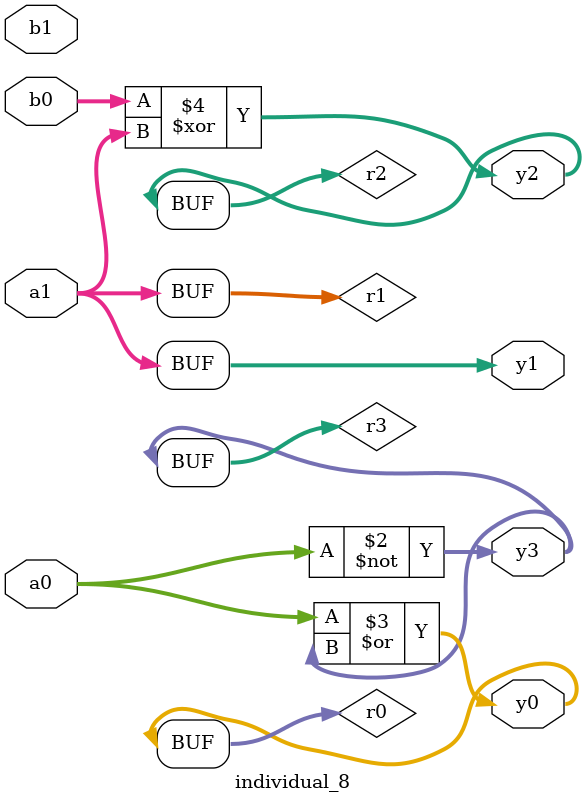
<source format=sv>
module individual_8(input logic [15:0] a1, input logic [15:0] a0, input logic [15:0] b1, input logic [15:0] b0, output logic [15:0] y3, output logic [15:0] y2, output logic [15:0] y1, output logic [15:0] y0);
logic [15:0] r0, r1, r2, r3; 
 always@(*) begin 
	 r0 = a0; r1 = a1; r2 = b0; r3 = b1; 
 	 r3 = ~ r0 ;
 	 r0  |=  r3 ;
 	 r2  ^=  a1 ;
 	 y3 = r3; y2 = r2; y1 = r1; y0 = r0; 
end
endmodule
</source>
